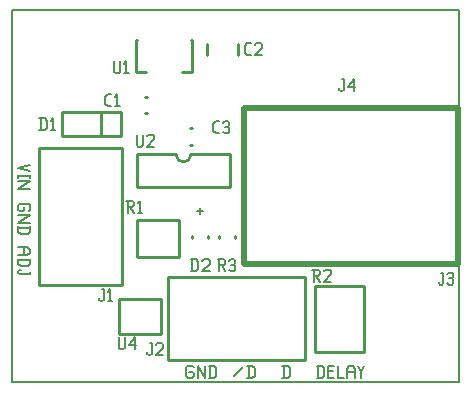
<source format=gbr>
G04 start of page 9 for group -4079 idx -4079 *
G04 Title: (unknown), topsilk *
G04 Creator: pcb 20140316 *
G04 CreationDate: Mon 02 Nov 2015 05:35:22 PM GMT UTC *
G04 For: ndholmes *
G04 Format: Gerber/RS-274X *
G04 PCB-Dimensions (mil): 1500.00 1250.00 *
G04 PCB-Coordinate-Origin: lower left *
%MOIN*%
%FSLAX25Y25*%
%LNTOPSILK*%
%ADD82C,0.0200*%
%ADD81C,0.0100*%
%ADD80C,0.0060*%
%ADD79C,0.0080*%
G54D79*X500Y500D02*X149500D01*
Y124500D01*
X500D01*
Y500D01*
G54D80*X6500Y73000D02*X2500Y72000D01*
X6500Y71000D01*
Y69800D02*Y68800D01*
X2500Y69300D02*X6500D01*
X2500Y69800D02*Y68800D01*
Y67600D02*X6500D01*
X2500Y65100D01*
X6500D01*
Y58000D02*X6000Y57500D01*
X6500Y59500D02*Y58000D01*
X6000Y60000D02*X6500Y59500D01*
X3000Y60000D02*X6000D01*
X3000D02*X2500Y59500D01*
Y58000D01*
X3000Y57500D01*
X4000D01*
X4500Y58000D02*X4000Y57500D01*
X4500Y59000D02*Y58000D01*
X2500Y56300D02*X6500D01*
X2500Y53800D01*
X6500D01*
X2500Y52100D02*X6500D01*
Y50800D02*X5800Y50100D01*
X3200D02*X5800D01*
X2500Y50800D02*X3200Y50100D01*
X2500Y52600D02*Y50800D01*
X6500Y52600D02*Y50800D01*
X2500Y45500D02*X5500D01*
X6500Y44800D01*
Y43700D01*
X5500Y43000D01*
X2500D02*X5500D01*
X4500Y45500D02*Y43000D01*
X2500Y41300D02*X6500D01*
Y40000D02*X5800Y39300D01*
X3200D02*X5800D01*
X2500Y40000D02*X3200Y39300D01*
X2500Y41800D02*Y40000D01*
X6500Y41800D02*Y40000D01*
Y37400D02*Y36600D01*
X3000D02*X6500D01*
X2500Y37100D02*X3000Y36600D01*
X2500Y37600D02*Y37100D01*
X3000Y38100D02*X2500Y37600D01*
X3000Y38100D02*X3500D01*
X62000Y57500D02*X64000D01*
X63000Y58500D02*Y56500D01*
X91000Y6000D02*Y2000D01*
X92300Y6000D02*X93000Y5300D01*
Y2700D01*
X92300Y2000D02*X93000Y2700D01*
X90500Y2000D02*X92300D01*
X90500Y6000D02*X92300D01*
X60500D02*X61000Y5500D01*
X59000Y6000D02*X60500D01*
X58500Y5500D02*X59000Y6000D01*
X58500Y5500D02*Y2500D01*
X59000Y2000D01*
X60500D01*
X61000Y2500D01*
Y3500D02*Y2500D01*
X60500Y4000D02*X61000Y3500D01*
X59500Y4000D02*X60500D01*
X62200Y6000D02*Y2000D01*
Y6000D02*X64700Y2000D01*
Y6000D02*Y2000D01*
X66400Y6000D02*Y2000D01*
X67700Y6000D02*X68400Y5300D01*
Y2700D01*
X67700Y2000D02*X68400Y2700D01*
X65900Y2000D02*X67700D01*
X65900Y6000D02*X67700D01*
X74500Y2500D02*X77500Y5500D01*
X79200Y6000D02*Y2000D01*
X80500Y6000D02*X81200Y5300D01*
Y2700D01*
X80500Y2000D02*X81200Y2700D01*
X78700Y2000D02*X80500D01*
X78700Y6000D02*X80500D01*
X102500D02*Y2000D01*
X103800Y6000D02*X104500Y5300D01*
Y2700D01*
X103800Y2000D02*X104500Y2700D01*
X102000Y2000D02*X103800D01*
X102000Y6000D02*X103800D01*
X105700Y4200D02*X107200D01*
X105700Y2000D02*X107700D01*
X105700Y6000D02*Y2000D01*
Y6000D02*X107700D01*
X108900D02*Y2000D01*
X110900D01*
X112100Y5000D02*Y2000D01*
Y5000D02*X112800Y6000D01*
X113900D01*
X114600Y5000D01*
Y2000D01*
X112100Y4000D02*X114600D01*
X115800Y6000D02*X116800Y4000D01*
X117800Y6000D01*
X116800Y4000D02*Y2000D01*
G54D81*X55890Y54799D02*Y42201D01*
X42110D02*X55890D01*
X42110Y54799D02*Y42201D01*
Y54799D02*X55890D01*
X60245Y49393D02*Y48607D01*
X65755Y49393D02*Y48607D01*
X36000Y16500D02*X49900D01*
Y28300D02*Y16500D01*
X36000Y28300D02*X49900D01*
X36000D02*Y16500D01*
X74755Y49393D02*Y48607D01*
X69245Y49393D02*Y48607D01*
X52500Y8000D02*X98169D01*
Y35559D02*Y8000D01*
X52500Y35559D02*X98169D01*
X52500D02*Y8000D01*
G54D82*X77700Y92000D02*X149000D01*
X77700Y40000D02*X149000D01*
X77700Y92000D02*Y40000D01*
X149000D02*X149020Y92000D01*
G54D81*X117600Y10500D02*X101400D01*
X117600Y32500D02*X101400D01*
X117600Y10500D02*Y32500D01*
X101400Y10500D02*Y32500D01*
X75814Y113468D02*Y109532D01*
X65186Y113468D02*Y109532D01*
X59607Y79745D02*X60393D01*
X59607Y85255D02*X60393D01*
X17100Y90500D02*X36800D01*
X17100Y82500D02*X36800D01*
Y90500D02*Y82500D01*
X17100Y90500D02*Y82500D01*
X30000Y90500D02*Y82500D01*
X44607Y95755D02*X45393D01*
X44607Y90245D02*X45393D01*
X60250Y114480D02*Y103850D01*
X41750Y114480D02*Y103850D01*
X57000D02*X60250D01*
X41750D02*X45000D01*
X60071Y114480D02*X60250D01*
X41750D02*X41929D01*
X41934Y76488D02*Y65512D01*
X73066D01*
Y76488D02*Y65512D01*
X41934Y76488D02*X55000D01*
X60000D02*X73066D01*
X55000D02*G75*G03X60000Y76488I2500J0D01*G01*
X9500Y78500D02*Y32831D01*
X37059D01*
Y78500D02*Y32831D01*
X9500Y78500D02*X37059D01*
G54D80*X143357Y37000D02*X144157D01*
Y33500D01*
X143657Y33000D02*X144157Y33500D01*
X143157Y33000D02*X143657D01*
X142657Y33500D02*X143157Y33000D01*
X142657Y34000D02*Y33500D01*
X145357Y36500D02*X145857Y37000D01*
X146857D01*
X147357Y36500D01*
X146857Y33000D02*X147357Y33500D01*
X145857Y33000D02*X146857D01*
X145357Y33500D02*X145857Y33000D01*
Y35200D02*X146857D01*
X147357Y36500D02*Y35700D01*
Y34700D02*Y33500D01*
Y34700D02*X146857Y35200D01*
X147357Y35700D02*X146857Y35200D01*
X110200Y101500D02*X111000D01*
Y98000D01*
X110500Y97500D02*X111000Y98000D01*
X110000Y97500D02*X110500D01*
X109500Y98000D02*X110000Y97500D01*
X109500Y98500D02*Y98000D01*
X112200Y99000D02*X114200Y101500D01*
X112200Y99000D02*X114700D01*
X114200Y101500D02*Y97500D01*
X100500Y38000D02*X102500D01*
X103000Y37500D01*
Y36500D01*
X102500Y36000D02*X103000Y36500D01*
X101000Y36000D02*X102500D01*
X101000Y38000D02*Y34000D01*
X101800Y36000D02*X103000Y34000D01*
X104200Y37500D02*X104700Y38000D01*
X106200D01*
X106700Y37500D01*
Y36500D01*
X104200Y34000D02*X106700Y36500D01*
X104200Y34000D02*X106700D01*
X30200Y31500D02*X31000D01*
Y28000D01*
X30500Y27500D02*X31000Y28000D01*
X30000Y27500D02*X30500D01*
X29500Y28000D02*X30000Y27500D01*
X29500Y28500D02*Y28000D01*
X32200Y30700D02*X33000Y31500D01*
Y27500D01*
X32200D02*X33700D01*
X78700Y109500D02*X80000D01*
X78000Y110200D02*X78700Y109500D01*
X78000Y112800D02*Y110200D01*
Y112800D02*X78700Y113500D01*
X80000D01*
X81200Y113000D02*X81700Y113500D01*
X83200D01*
X83700Y113000D01*
Y112000D01*
X81200Y109500D02*X83700Y112000D01*
X81200Y109500D02*X83700D01*
X34500Y107500D02*Y104000D01*
X35000Y103500D01*
X36000D01*
X36500Y104000D01*
Y107500D02*Y104000D01*
X37700Y106700D02*X38500Y107500D01*
Y103500D01*
X37700D02*X39200D01*
X10000Y88500D02*Y84500D01*
X11300Y88500D02*X12000Y87800D01*
Y85200D01*
X11300Y84500D02*X12000Y85200D01*
X9500Y84500D02*X11300D01*
X9500Y88500D02*X11300D01*
X13200Y87700D02*X14000Y88500D01*
Y84500D01*
X13200D02*X14700D01*
X32200Y92500D02*X33500D01*
X31500Y93200D02*X32200Y92500D01*
X31500Y95800D02*Y93200D01*
Y95800D02*X32200Y96500D01*
X33500D01*
X34700Y95700D02*X35500Y96500D01*
Y92500D01*
X34700D02*X36200D01*
X42000Y83000D02*Y79500D01*
X42500Y79000D01*
X43500D01*
X44000Y79500D01*
Y83000D02*Y79500D01*
X45200Y82500D02*X45700Y83000D01*
X47200D01*
X47700Y82500D01*
Y81500D01*
X45200Y79000D02*X47700Y81500D01*
X45200Y79000D02*X47700D01*
X38500Y61000D02*X40500D01*
X41000Y60500D01*
Y59500D01*
X40500Y59000D02*X41000Y59500D01*
X39000Y59000D02*X40500D01*
X39000Y61000D02*Y57000D01*
X39800Y59000D02*X41000Y57000D01*
X42200Y60200D02*X43000Y61000D01*
Y57000D01*
X42200D02*X43700D01*
X68200Y83500D02*X69500D01*
X67500Y84200D02*X68200Y83500D01*
X67500Y86800D02*Y84200D01*
Y86800D02*X68200Y87500D01*
X69500D01*
X70700Y87000D02*X71200Y87500D01*
X72200D01*
X72700Y87000D01*
X72200Y83500D02*X72700Y84000D01*
X71200Y83500D02*X72200D01*
X70700Y84000D02*X71200Y83500D01*
Y85700D02*X72200D01*
X72700Y87000D02*Y86200D01*
Y85200D02*Y84000D01*
Y85200D02*X72200Y85700D01*
X72700Y86200D02*X72200Y85700D01*
X60500Y41500D02*Y37500D01*
X61800Y41500D02*X62500Y40800D01*
Y38200D01*
X61800Y37500D02*X62500Y38200D01*
X60000Y37500D02*X61800D01*
X60000Y41500D02*X61800D01*
X63700Y41000D02*X64200Y41500D01*
X65700D01*
X66200Y41000D01*
Y40000D01*
X63700Y37500D02*X66200Y40000D01*
X63700Y37500D02*X66200D01*
X69000Y41500D02*X71000D01*
X71500Y41000D01*
Y40000D01*
X71000Y39500D02*X71500Y40000D01*
X69500Y39500D02*X71000D01*
X69500Y41500D02*Y37500D01*
X70300Y39500D02*X71500Y37500D01*
X72700Y41000D02*X73200Y41500D01*
X74200D01*
X74700Y41000D01*
X74200Y37500D02*X74700Y38000D01*
X73200Y37500D02*X74200D01*
X72700Y38000D02*X73200Y37500D01*
Y39700D02*X74200D01*
X74700Y41000D02*Y40200D01*
Y39200D02*Y38000D01*
Y39200D02*X74200Y39700D01*
X74700Y40200D02*X74200Y39700D01*
X36000Y15500D02*Y12000D01*
X36500Y11500D01*
X37500D01*
X38000Y12000D01*
Y15500D02*Y12000D01*
X39200Y13000D02*X41200Y15500D01*
X39200Y13000D02*X41700D01*
X41200Y15500D02*Y11500D01*
X46200Y13500D02*X47000D01*
Y10000D01*
X46500Y9500D02*X47000Y10000D01*
X46000Y9500D02*X46500D01*
X45500Y10000D02*X46000Y9500D01*
X45500Y10500D02*Y10000D01*
X48200Y13000D02*X48700Y13500D01*
X50200D01*
X50700Y13000D01*
Y12000D01*
X48200Y9500D02*X50700Y12000D01*
X48200Y9500D02*X50700D01*
M02*

</source>
